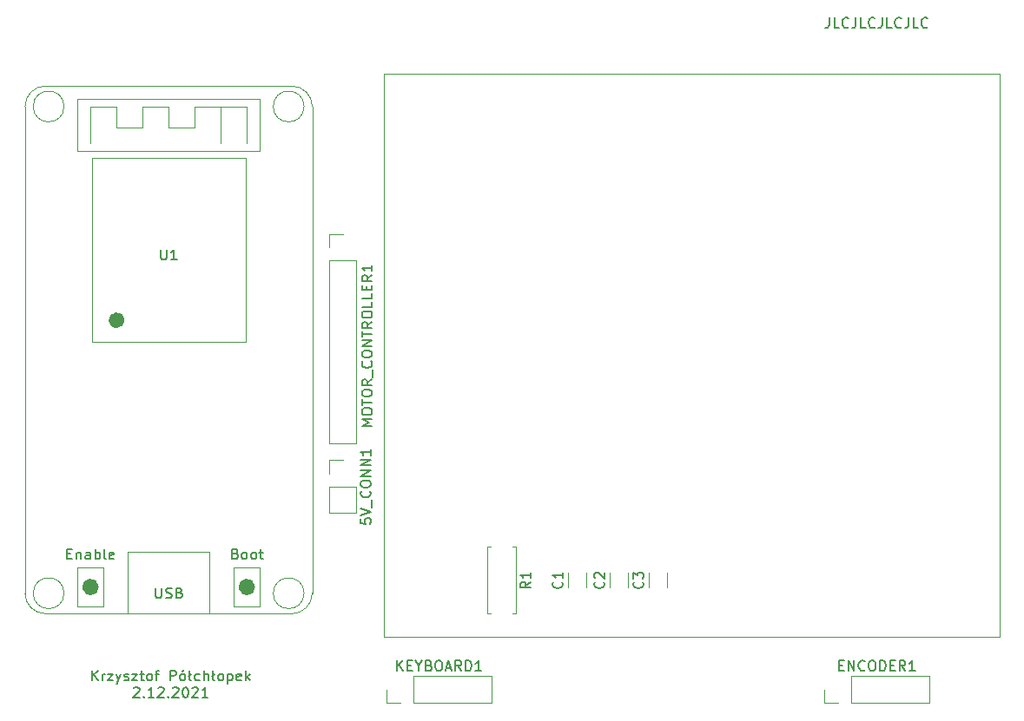
<source format=gto>
%TF.GenerationSoftware,KiCad,Pcbnew,(5.1.10)-1*%
%TF.CreationDate,2021-12-02T13:25:04+01:00*%
%TF.ProjectId,BlindController,426c696e-6443-46f6-9e74-726f6c6c6572,rev?*%
%TF.SameCoordinates,Original*%
%TF.FileFunction,Legend,Top*%
%TF.FilePolarity,Positive*%
%FSLAX46Y46*%
G04 Gerber Fmt 4.6, Leading zero omitted, Abs format (unit mm)*
G04 Created by KiCad (PCBNEW (5.1.10)-1) date 2021-12-02 13:25:04*
%MOMM*%
%LPD*%
G01*
G04 APERTURE LIST*
%ADD10C,0.150000*%
%ADD11C,0.120000*%
%ADD12C,0.800000*%
%ADD13C,1.000000*%
%ADD14O,1.600000X1.600000*%
%ADD15C,1.600000*%
%ADD16O,1.700000X1.700000*%
%ADD17R,1.700000X1.700000*%
%ADD18C,3.200000*%
%ADD19C,1.524000*%
%ADD20R,1.524000X1.524000*%
G04 APERTURE END LIST*
D10*
X140414952Y-69556380D02*
X140414952Y-70270666D01*
X140367333Y-70413523D01*
X140272095Y-70508761D01*
X140129238Y-70556380D01*
X140034000Y-70556380D01*
X141367333Y-70556380D02*
X140891142Y-70556380D01*
X140891142Y-69556380D01*
X142272095Y-70461142D02*
X142224476Y-70508761D01*
X142081619Y-70556380D01*
X141986380Y-70556380D01*
X141843523Y-70508761D01*
X141748285Y-70413523D01*
X141700666Y-70318285D01*
X141653047Y-70127809D01*
X141653047Y-69984952D01*
X141700666Y-69794476D01*
X141748285Y-69699238D01*
X141843523Y-69604000D01*
X141986380Y-69556380D01*
X142081619Y-69556380D01*
X142224476Y-69604000D01*
X142272095Y-69651619D01*
X142986380Y-69556380D02*
X142986380Y-70270666D01*
X142938761Y-70413523D01*
X142843523Y-70508761D01*
X142700666Y-70556380D01*
X142605428Y-70556380D01*
X143938761Y-70556380D02*
X143462571Y-70556380D01*
X143462571Y-69556380D01*
X144843523Y-70461142D02*
X144795904Y-70508761D01*
X144653047Y-70556380D01*
X144557809Y-70556380D01*
X144414952Y-70508761D01*
X144319714Y-70413523D01*
X144272095Y-70318285D01*
X144224476Y-70127809D01*
X144224476Y-69984952D01*
X144272095Y-69794476D01*
X144319714Y-69699238D01*
X144414952Y-69604000D01*
X144557809Y-69556380D01*
X144653047Y-69556380D01*
X144795904Y-69604000D01*
X144843523Y-69651619D01*
X145557809Y-69556380D02*
X145557809Y-70270666D01*
X145510190Y-70413523D01*
X145414952Y-70508761D01*
X145272095Y-70556380D01*
X145176857Y-70556380D01*
X146510190Y-70556380D02*
X146034000Y-70556380D01*
X146034000Y-69556380D01*
X147414952Y-70461142D02*
X147367333Y-70508761D01*
X147224476Y-70556380D01*
X147129238Y-70556380D01*
X146986380Y-70508761D01*
X146891142Y-70413523D01*
X146843523Y-70318285D01*
X146795904Y-70127809D01*
X146795904Y-69984952D01*
X146843523Y-69794476D01*
X146891142Y-69699238D01*
X146986380Y-69604000D01*
X147129238Y-69556380D01*
X147224476Y-69556380D01*
X147367333Y-69604000D01*
X147414952Y-69651619D01*
X148129238Y-69556380D02*
X148129238Y-70270666D01*
X148081619Y-70413523D01*
X147986380Y-70508761D01*
X147843523Y-70556380D01*
X147748285Y-70556380D01*
X149081619Y-70556380D02*
X148605428Y-70556380D01*
X148605428Y-69556380D01*
X149986380Y-70461142D02*
X149938761Y-70508761D01*
X149795904Y-70556380D01*
X149700666Y-70556380D01*
X149557809Y-70508761D01*
X149462571Y-70413523D01*
X149414952Y-70318285D01*
X149367333Y-70127809D01*
X149367333Y-69984952D01*
X149414952Y-69794476D01*
X149462571Y-69699238D01*
X149557809Y-69604000D01*
X149700666Y-69556380D01*
X149795904Y-69556380D01*
X149938761Y-69604000D01*
X149986380Y-69651619D01*
X68533333Y-134247380D02*
X68533333Y-133247380D01*
X69104761Y-134247380D02*
X68676190Y-133675952D01*
X69104761Y-133247380D02*
X68533333Y-133818809D01*
X69533333Y-134247380D02*
X69533333Y-133580714D01*
X69533333Y-133771190D02*
X69580952Y-133675952D01*
X69628571Y-133628333D01*
X69723809Y-133580714D01*
X69819047Y-133580714D01*
X70057142Y-133580714D02*
X70580952Y-133580714D01*
X70057142Y-134247380D01*
X70580952Y-134247380D01*
X70866666Y-133580714D02*
X71104761Y-134247380D01*
X71342857Y-133580714D02*
X71104761Y-134247380D01*
X71009523Y-134485476D01*
X70961904Y-134533095D01*
X70866666Y-134580714D01*
X71676190Y-134199761D02*
X71771428Y-134247380D01*
X71961904Y-134247380D01*
X72057142Y-134199761D01*
X72104761Y-134104523D01*
X72104761Y-134056904D01*
X72057142Y-133961666D01*
X71961904Y-133914047D01*
X71819047Y-133914047D01*
X71723809Y-133866428D01*
X71676190Y-133771190D01*
X71676190Y-133723571D01*
X71723809Y-133628333D01*
X71819047Y-133580714D01*
X71961904Y-133580714D01*
X72057142Y-133628333D01*
X72438095Y-133580714D02*
X72961904Y-133580714D01*
X72438095Y-134247380D01*
X72961904Y-134247380D01*
X73200000Y-133580714D02*
X73580952Y-133580714D01*
X73342857Y-133247380D02*
X73342857Y-134104523D01*
X73390476Y-134199761D01*
X73485714Y-134247380D01*
X73580952Y-134247380D01*
X74057142Y-134247380D02*
X73961904Y-134199761D01*
X73914285Y-134152142D01*
X73866666Y-134056904D01*
X73866666Y-133771190D01*
X73914285Y-133675952D01*
X73961904Y-133628333D01*
X74057142Y-133580714D01*
X74200000Y-133580714D01*
X74295238Y-133628333D01*
X74342857Y-133675952D01*
X74390476Y-133771190D01*
X74390476Y-134056904D01*
X74342857Y-134152142D01*
X74295238Y-134199761D01*
X74200000Y-134247380D01*
X74057142Y-134247380D01*
X74676190Y-133580714D02*
X75057142Y-133580714D01*
X74819047Y-134247380D02*
X74819047Y-133390238D01*
X74866666Y-133295000D01*
X74961904Y-133247380D01*
X75057142Y-133247380D01*
X76152380Y-134247380D02*
X76152380Y-133247380D01*
X76533333Y-133247380D01*
X76628571Y-133295000D01*
X76676190Y-133342619D01*
X76723809Y-133437857D01*
X76723809Y-133580714D01*
X76676190Y-133675952D01*
X76628571Y-133723571D01*
X76533333Y-133771190D01*
X76152380Y-133771190D01*
X77295238Y-134247380D02*
X77200000Y-134199761D01*
X77152380Y-134152142D01*
X77104761Y-134056904D01*
X77104761Y-133771190D01*
X77152380Y-133675952D01*
X77200000Y-133628333D01*
X77295238Y-133580714D01*
X77438095Y-133580714D01*
X77533333Y-133628333D01*
X77580952Y-133675952D01*
X77628571Y-133771190D01*
X77628571Y-134056904D01*
X77580952Y-134152142D01*
X77533333Y-134199761D01*
X77438095Y-134247380D01*
X77295238Y-134247380D01*
X77485714Y-133199761D02*
X77342857Y-133342619D01*
X78200000Y-134247380D02*
X78104761Y-134199761D01*
X78057142Y-134104523D01*
X78057142Y-133247380D01*
X77914285Y-133771190D02*
X78200000Y-133580714D01*
X79009523Y-134199761D02*
X78914285Y-134247380D01*
X78723809Y-134247380D01*
X78628571Y-134199761D01*
X78580952Y-134152142D01*
X78533333Y-134056904D01*
X78533333Y-133771190D01*
X78580952Y-133675952D01*
X78628571Y-133628333D01*
X78723809Y-133580714D01*
X78914285Y-133580714D01*
X79009523Y-133628333D01*
X79438095Y-134247380D02*
X79438095Y-133247380D01*
X79866666Y-134247380D02*
X79866666Y-133723571D01*
X79819047Y-133628333D01*
X79723809Y-133580714D01*
X79580952Y-133580714D01*
X79485714Y-133628333D01*
X79438095Y-133675952D01*
X80485714Y-134247380D02*
X80390476Y-134199761D01*
X80342857Y-134104523D01*
X80342857Y-133247380D01*
X80200000Y-133771190D02*
X80485714Y-133580714D01*
X81009523Y-134247380D02*
X80914285Y-134199761D01*
X80866666Y-134152142D01*
X80819047Y-134056904D01*
X80819047Y-133771190D01*
X80866666Y-133675952D01*
X80914285Y-133628333D01*
X81009523Y-133580714D01*
X81152380Y-133580714D01*
X81247619Y-133628333D01*
X81295238Y-133675952D01*
X81342857Y-133771190D01*
X81342857Y-134056904D01*
X81295238Y-134152142D01*
X81247619Y-134199761D01*
X81152380Y-134247380D01*
X81009523Y-134247380D01*
X81771428Y-133580714D02*
X81771428Y-134580714D01*
X81771428Y-133628333D02*
X81866666Y-133580714D01*
X82057142Y-133580714D01*
X82152380Y-133628333D01*
X82200000Y-133675952D01*
X82247619Y-133771190D01*
X82247619Y-134056904D01*
X82200000Y-134152142D01*
X82152380Y-134199761D01*
X82057142Y-134247380D01*
X81866666Y-134247380D01*
X81771428Y-134199761D01*
X83057142Y-134199761D02*
X82961904Y-134247380D01*
X82771428Y-134247380D01*
X82676190Y-134199761D01*
X82628571Y-134104523D01*
X82628571Y-133723571D01*
X82676190Y-133628333D01*
X82771428Y-133580714D01*
X82961904Y-133580714D01*
X83057142Y-133628333D01*
X83104761Y-133723571D01*
X83104761Y-133818809D01*
X82628571Y-133914047D01*
X83533333Y-134247380D02*
X83533333Y-133247380D01*
X83628571Y-133866428D02*
X83914285Y-134247380D01*
X83914285Y-133580714D02*
X83533333Y-133961666D01*
X72580952Y-134992619D02*
X72628571Y-134945000D01*
X72723809Y-134897380D01*
X72961904Y-134897380D01*
X73057142Y-134945000D01*
X73104761Y-134992619D01*
X73152380Y-135087857D01*
X73152380Y-135183095D01*
X73104761Y-135325952D01*
X72533333Y-135897380D01*
X73152380Y-135897380D01*
X73580952Y-135802142D02*
X73628571Y-135849761D01*
X73580952Y-135897380D01*
X73533333Y-135849761D01*
X73580952Y-135802142D01*
X73580952Y-135897380D01*
X74580952Y-135897380D02*
X74009523Y-135897380D01*
X74295238Y-135897380D02*
X74295238Y-134897380D01*
X74200000Y-135040238D01*
X74104761Y-135135476D01*
X74009523Y-135183095D01*
X74961904Y-134992619D02*
X75009523Y-134945000D01*
X75104761Y-134897380D01*
X75342857Y-134897380D01*
X75438095Y-134945000D01*
X75485714Y-134992619D01*
X75533333Y-135087857D01*
X75533333Y-135183095D01*
X75485714Y-135325952D01*
X74914285Y-135897380D01*
X75533333Y-135897380D01*
X75961904Y-135802142D02*
X76009523Y-135849761D01*
X75961904Y-135897380D01*
X75914285Y-135849761D01*
X75961904Y-135802142D01*
X75961904Y-135897380D01*
X76390476Y-134992619D02*
X76438095Y-134945000D01*
X76533333Y-134897380D01*
X76771428Y-134897380D01*
X76866666Y-134945000D01*
X76914285Y-134992619D01*
X76961904Y-135087857D01*
X76961904Y-135183095D01*
X76914285Y-135325952D01*
X76342857Y-135897380D01*
X76961904Y-135897380D01*
X77580952Y-134897380D02*
X77676190Y-134897380D01*
X77771428Y-134945000D01*
X77819047Y-134992619D01*
X77866666Y-135087857D01*
X77914285Y-135278333D01*
X77914285Y-135516428D01*
X77866666Y-135706904D01*
X77819047Y-135802142D01*
X77771428Y-135849761D01*
X77676190Y-135897380D01*
X77580952Y-135897380D01*
X77485714Y-135849761D01*
X77438095Y-135802142D01*
X77390476Y-135706904D01*
X77342857Y-135516428D01*
X77342857Y-135278333D01*
X77390476Y-135087857D01*
X77438095Y-134992619D01*
X77485714Y-134945000D01*
X77580952Y-134897380D01*
X78295238Y-134992619D02*
X78342857Y-134945000D01*
X78438095Y-134897380D01*
X78676190Y-134897380D01*
X78771428Y-134945000D01*
X78819047Y-134992619D01*
X78866666Y-135087857D01*
X78866666Y-135183095D01*
X78819047Y-135325952D01*
X78247619Y-135897380D01*
X78866666Y-135897380D01*
X79819047Y-135897380D02*
X79247619Y-135897380D01*
X79533333Y-135897380D02*
X79533333Y-134897380D01*
X79438095Y-135040238D01*
X79342857Y-135135476D01*
X79247619Y-135183095D01*
D11*
X97000000Y-130000000D02*
X97000000Y-75000000D01*
X157000000Y-130000000D02*
X97000000Y-130000000D01*
X157000000Y-75000000D02*
X157000000Y-130000000D01*
X97000000Y-75000000D02*
X157000000Y-75000000D01*
%TO.C,R1*%
X109498000Y-121190000D02*
X109828000Y-121190000D01*
X109828000Y-121190000D02*
X109828000Y-127730000D01*
X109828000Y-127730000D02*
X109498000Y-127730000D01*
X107418000Y-121190000D02*
X107088000Y-121190000D01*
X107088000Y-121190000D02*
X107088000Y-127730000D01*
X107088000Y-127730000D02*
X107418000Y-127730000D01*
%TO.C,C3*%
X122788000Y-125171252D02*
X122788000Y-123748748D01*
X124608000Y-125171252D02*
X124608000Y-123748748D01*
%TO.C,C2*%
X118978000Y-125171252D02*
X118978000Y-123748748D01*
X120798000Y-125171252D02*
X120798000Y-123748748D01*
%TO.C,C1*%
X114914000Y-125171252D02*
X114914000Y-123748748D01*
X116734000Y-125171252D02*
X116734000Y-123748748D01*
%TO.C,KEYBOARD1*%
X107502000Y-136458000D02*
X107502000Y-133798000D01*
X99822000Y-136458000D02*
X107502000Y-136458000D01*
X99822000Y-133798000D02*
X107502000Y-133798000D01*
X99822000Y-136458000D02*
X99822000Y-133798000D01*
X98552000Y-136458000D02*
X97222000Y-136458000D01*
X97222000Y-136458000D02*
X97222000Y-135128000D01*
%TO.C,ENCODER1*%
X150174000Y-136458000D02*
X150174000Y-133798000D01*
X142494000Y-136458000D02*
X150174000Y-136458000D01*
X142494000Y-133798000D02*
X150174000Y-133798000D01*
X142494000Y-136458000D02*
X142494000Y-133798000D01*
X141224000Y-136458000D02*
X139894000Y-136458000D01*
X139894000Y-136458000D02*
X139894000Y-135128000D01*
%TO.C,5V_CONN1*%
X91634000Y-112716000D02*
X92964000Y-112716000D01*
X91634000Y-114046000D02*
X91634000Y-112716000D01*
X91634000Y-115316000D02*
X94294000Y-115316000D01*
X94294000Y-115316000D02*
X94294000Y-117916000D01*
X91634000Y-115316000D02*
X91634000Y-117916000D01*
X91634000Y-117916000D02*
X94294000Y-117916000D01*
%TO.C,MOTOR_CONTROLLER1*%
X91634000Y-90670000D02*
X92964000Y-90670000D01*
X91634000Y-92000000D02*
X91634000Y-90670000D01*
X91634000Y-93270000D02*
X94294000Y-93270000D01*
X94294000Y-93270000D02*
X94294000Y-111110000D01*
X91634000Y-93270000D02*
X91634000Y-111110000D01*
X91634000Y-111110000D02*
X94294000Y-111110000D01*
%TO.C,U1*%
X65800000Y-78225500D02*
G75*
G03*
X65800000Y-78225500I-1500000J0D01*
G01*
X89200000Y-78225500D02*
G75*
G03*
X89200000Y-78225500I-1500000J0D01*
G01*
X90000000Y-125725500D02*
X90000000Y-78225500D01*
X62000000Y-78225500D02*
X62000000Y-125725500D01*
X64000000Y-127725500D02*
X88000000Y-127725500D01*
X64000000Y-76225500D02*
X88000000Y-76225500D01*
X65800000Y-125725500D02*
G75*
G03*
X65800000Y-125725500I-1500000J0D01*
G01*
X89200000Y-125725500D02*
G75*
G03*
X89200000Y-125725500I-1500000J0D01*
G01*
X72000000Y-121725500D02*
X72000000Y-127725500D01*
X80000000Y-121725500D02*
X80000000Y-127725500D01*
X72000000Y-121725500D02*
X80000000Y-121725500D01*
X67110000Y-77495500D02*
X84890000Y-77495500D01*
X84890000Y-77495500D02*
X84890000Y-82575500D01*
X84890000Y-82575500D02*
X67110000Y-82575500D01*
X67110000Y-82575500D02*
X67110000Y-77495500D01*
X68380000Y-81813500D02*
X68380000Y-78257500D01*
X68380000Y-78257500D02*
X70920000Y-78257500D01*
X70920000Y-78257500D02*
X70920000Y-80289500D01*
X70920000Y-80289500D02*
X73460000Y-80289500D01*
X73460000Y-80289500D02*
X73460000Y-78257500D01*
X73460000Y-78257500D02*
X76000000Y-78257500D01*
X76000000Y-78257500D02*
X76000000Y-80289500D01*
X76000000Y-80289500D02*
X78540000Y-80289500D01*
X78540000Y-80289500D02*
X78540000Y-78257500D01*
X78540000Y-78257500D02*
X83620000Y-78257500D01*
X83620000Y-78257500D02*
X83620000Y-81813500D01*
X81080000Y-78257500D02*
X81080000Y-81813500D01*
X68500000Y-83225500D02*
X83500000Y-83225500D01*
X83500000Y-83225500D02*
X83500000Y-101225500D01*
X83500000Y-101225500D02*
X68500000Y-101225500D01*
X68500000Y-101225500D02*
X68500000Y-83225500D01*
D12*
X71320000Y-99085500D02*
G75*
G03*
X71320000Y-99085500I-400000J0D01*
G01*
D11*
X82350000Y-123215500D02*
X84890000Y-123215500D01*
X84890000Y-123215500D02*
X84890000Y-127025500D01*
X84890000Y-127025500D02*
X82350000Y-127025500D01*
X82350000Y-127025500D02*
X82350000Y-123215500D01*
X69650000Y-127025500D02*
X67110000Y-127025500D01*
X67110000Y-127025500D02*
X67110000Y-123215500D01*
X67110000Y-123215500D02*
X69650000Y-123215500D01*
X69650000Y-123215500D02*
X69650000Y-127025500D01*
D13*
X68680000Y-125120500D02*
G75*
G03*
X68680000Y-125120500I-300000J0D01*
G01*
X83920000Y-125120500D02*
G75*
G03*
X83920000Y-125120500I-300000J0D01*
G01*
D11*
X90000000Y-125725500D02*
G75*
G02*
X88000000Y-127725500I-2000000J0D01*
G01*
X64000000Y-127725500D02*
G75*
G02*
X62000000Y-125725500I0J2000000D01*
G01*
X62000000Y-78225500D02*
G75*
G02*
X64000000Y-76225500I2000000J0D01*
G01*
X88000000Y-76225500D02*
G75*
G02*
X90000000Y-78225500I0J-2000000D01*
G01*
%TO.C,R1*%
D10*
X111280380Y-124626666D02*
X110804190Y-124960000D01*
X111280380Y-125198095D02*
X110280380Y-125198095D01*
X110280380Y-124817142D01*
X110328000Y-124721904D01*
X110375619Y-124674285D01*
X110470857Y-124626666D01*
X110613714Y-124626666D01*
X110708952Y-124674285D01*
X110756571Y-124721904D01*
X110804190Y-124817142D01*
X110804190Y-125198095D01*
X111280380Y-123674285D02*
X111280380Y-124245714D01*
X111280380Y-123960000D02*
X110280380Y-123960000D01*
X110423238Y-124055238D01*
X110518476Y-124150476D01*
X110566095Y-124245714D01*
%TO.C,C3*%
X122205142Y-124626666D02*
X122252761Y-124674285D01*
X122300380Y-124817142D01*
X122300380Y-124912380D01*
X122252761Y-125055238D01*
X122157523Y-125150476D01*
X122062285Y-125198095D01*
X121871809Y-125245714D01*
X121728952Y-125245714D01*
X121538476Y-125198095D01*
X121443238Y-125150476D01*
X121348000Y-125055238D01*
X121300380Y-124912380D01*
X121300380Y-124817142D01*
X121348000Y-124674285D01*
X121395619Y-124626666D01*
X121300380Y-124293333D02*
X121300380Y-123674285D01*
X121681333Y-124007619D01*
X121681333Y-123864761D01*
X121728952Y-123769523D01*
X121776571Y-123721904D01*
X121871809Y-123674285D01*
X122109904Y-123674285D01*
X122205142Y-123721904D01*
X122252761Y-123769523D01*
X122300380Y-123864761D01*
X122300380Y-124150476D01*
X122252761Y-124245714D01*
X122205142Y-124293333D01*
%TO.C,C2*%
X118395142Y-124626666D02*
X118442761Y-124674285D01*
X118490380Y-124817142D01*
X118490380Y-124912380D01*
X118442761Y-125055238D01*
X118347523Y-125150476D01*
X118252285Y-125198095D01*
X118061809Y-125245714D01*
X117918952Y-125245714D01*
X117728476Y-125198095D01*
X117633238Y-125150476D01*
X117538000Y-125055238D01*
X117490380Y-124912380D01*
X117490380Y-124817142D01*
X117538000Y-124674285D01*
X117585619Y-124626666D01*
X117585619Y-124245714D02*
X117538000Y-124198095D01*
X117490380Y-124102857D01*
X117490380Y-123864761D01*
X117538000Y-123769523D01*
X117585619Y-123721904D01*
X117680857Y-123674285D01*
X117776095Y-123674285D01*
X117918952Y-123721904D01*
X118490380Y-124293333D01*
X118490380Y-123674285D01*
%TO.C,C1*%
X114331142Y-124626666D02*
X114378761Y-124674285D01*
X114426380Y-124817142D01*
X114426380Y-124912380D01*
X114378761Y-125055238D01*
X114283523Y-125150476D01*
X114188285Y-125198095D01*
X113997809Y-125245714D01*
X113854952Y-125245714D01*
X113664476Y-125198095D01*
X113569238Y-125150476D01*
X113474000Y-125055238D01*
X113426380Y-124912380D01*
X113426380Y-124817142D01*
X113474000Y-124674285D01*
X113521619Y-124626666D01*
X114426380Y-123674285D02*
X114426380Y-124245714D01*
X114426380Y-123960000D02*
X113426380Y-123960000D01*
X113569238Y-124055238D01*
X113664476Y-124150476D01*
X113712095Y-124245714D01*
%TO.C,KEYBOARD1*%
X98290571Y-133294380D02*
X98290571Y-132294380D01*
X98862000Y-133294380D02*
X98433428Y-132722952D01*
X98862000Y-132294380D02*
X98290571Y-132865809D01*
X99290571Y-132770571D02*
X99623904Y-132770571D01*
X99766761Y-133294380D02*
X99290571Y-133294380D01*
X99290571Y-132294380D01*
X99766761Y-132294380D01*
X100385809Y-132818190D02*
X100385809Y-133294380D01*
X100052476Y-132294380D02*
X100385809Y-132818190D01*
X100719142Y-132294380D01*
X101385809Y-132770571D02*
X101528666Y-132818190D01*
X101576285Y-132865809D01*
X101623904Y-132961047D01*
X101623904Y-133103904D01*
X101576285Y-133199142D01*
X101528666Y-133246761D01*
X101433428Y-133294380D01*
X101052476Y-133294380D01*
X101052476Y-132294380D01*
X101385809Y-132294380D01*
X101481047Y-132342000D01*
X101528666Y-132389619D01*
X101576285Y-132484857D01*
X101576285Y-132580095D01*
X101528666Y-132675333D01*
X101481047Y-132722952D01*
X101385809Y-132770571D01*
X101052476Y-132770571D01*
X102242952Y-132294380D02*
X102433428Y-132294380D01*
X102528666Y-132342000D01*
X102623904Y-132437238D01*
X102671523Y-132627714D01*
X102671523Y-132961047D01*
X102623904Y-133151523D01*
X102528666Y-133246761D01*
X102433428Y-133294380D01*
X102242952Y-133294380D01*
X102147714Y-133246761D01*
X102052476Y-133151523D01*
X102004857Y-132961047D01*
X102004857Y-132627714D01*
X102052476Y-132437238D01*
X102147714Y-132342000D01*
X102242952Y-132294380D01*
X103052476Y-133008666D02*
X103528666Y-133008666D01*
X102957238Y-133294380D02*
X103290571Y-132294380D01*
X103623904Y-133294380D01*
X104528666Y-133294380D02*
X104195333Y-132818190D01*
X103957238Y-133294380D02*
X103957238Y-132294380D01*
X104338190Y-132294380D01*
X104433428Y-132342000D01*
X104481047Y-132389619D01*
X104528666Y-132484857D01*
X104528666Y-132627714D01*
X104481047Y-132722952D01*
X104433428Y-132770571D01*
X104338190Y-132818190D01*
X103957238Y-132818190D01*
X104957238Y-133294380D02*
X104957238Y-132294380D01*
X105195333Y-132294380D01*
X105338190Y-132342000D01*
X105433428Y-132437238D01*
X105481047Y-132532476D01*
X105528666Y-132722952D01*
X105528666Y-132865809D01*
X105481047Y-133056285D01*
X105433428Y-133151523D01*
X105338190Y-133246761D01*
X105195333Y-133294380D01*
X104957238Y-133294380D01*
X106481047Y-133294380D02*
X105909619Y-133294380D01*
X106195333Y-133294380D02*
X106195333Y-132294380D01*
X106100095Y-132437238D01*
X106004857Y-132532476D01*
X105909619Y-132580095D01*
%TO.C,ENCODER1*%
X141343523Y-132770571D02*
X141676857Y-132770571D01*
X141819714Y-133294380D02*
X141343523Y-133294380D01*
X141343523Y-132294380D01*
X141819714Y-132294380D01*
X142248285Y-133294380D02*
X142248285Y-132294380D01*
X142819714Y-133294380D01*
X142819714Y-132294380D01*
X143867333Y-133199142D02*
X143819714Y-133246761D01*
X143676857Y-133294380D01*
X143581619Y-133294380D01*
X143438761Y-133246761D01*
X143343523Y-133151523D01*
X143295904Y-133056285D01*
X143248285Y-132865809D01*
X143248285Y-132722952D01*
X143295904Y-132532476D01*
X143343523Y-132437238D01*
X143438761Y-132342000D01*
X143581619Y-132294380D01*
X143676857Y-132294380D01*
X143819714Y-132342000D01*
X143867333Y-132389619D01*
X144486380Y-132294380D02*
X144676857Y-132294380D01*
X144772095Y-132342000D01*
X144867333Y-132437238D01*
X144914952Y-132627714D01*
X144914952Y-132961047D01*
X144867333Y-133151523D01*
X144772095Y-133246761D01*
X144676857Y-133294380D01*
X144486380Y-133294380D01*
X144391142Y-133246761D01*
X144295904Y-133151523D01*
X144248285Y-132961047D01*
X144248285Y-132627714D01*
X144295904Y-132437238D01*
X144391142Y-132342000D01*
X144486380Y-132294380D01*
X145343523Y-133294380D02*
X145343523Y-132294380D01*
X145581619Y-132294380D01*
X145724476Y-132342000D01*
X145819714Y-132437238D01*
X145867333Y-132532476D01*
X145914952Y-132722952D01*
X145914952Y-132865809D01*
X145867333Y-133056285D01*
X145819714Y-133151523D01*
X145724476Y-133246761D01*
X145581619Y-133294380D01*
X145343523Y-133294380D01*
X146343523Y-132770571D02*
X146676857Y-132770571D01*
X146819714Y-133294380D02*
X146343523Y-133294380D01*
X146343523Y-132294380D01*
X146819714Y-132294380D01*
X147819714Y-133294380D02*
X147486380Y-132818190D01*
X147248285Y-133294380D02*
X147248285Y-132294380D01*
X147629238Y-132294380D01*
X147724476Y-132342000D01*
X147772095Y-132389619D01*
X147819714Y-132484857D01*
X147819714Y-132627714D01*
X147772095Y-132722952D01*
X147724476Y-132770571D01*
X147629238Y-132818190D01*
X147248285Y-132818190D01*
X148772095Y-133294380D02*
X148200666Y-133294380D01*
X148486380Y-133294380D02*
X148486380Y-132294380D01*
X148391142Y-132437238D01*
X148295904Y-132532476D01*
X148200666Y-132580095D01*
%TO.C,5V_CONN1*%
X94702380Y-118435047D02*
X94702380Y-118911238D01*
X95178571Y-118958857D01*
X95130952Y-118911238D01*
X95083333Y-118816000D01*
X95083333Y-118577904D01*
X95130952Y-118482666D01*
X95178571Y-118435047D01*
X95273809Y-118387428D01*
X95511904Y-118387428D01*
X95607142Y-118435047D01*
X95654761Y-118482666D01*
X95702380Y-118577904D01*
X95702380Y-118816000D01*
X95654761Y-118911238D01*
X95607142Y-118958857D01*
X94702380Y-118101714D02*
X95702380Y-117768380D01*
X94702380Y-117435047D01*
X95797619Y-117339809D02*
X95797619Y-116577904D01*
X95607142Y-115768380D02*
X95654761Y-115816000D01*
X95702380Y-115958857D01*
X95702380Y-116054095D01*
X95654761Y-116196952D01*
X95559523Y-116292190D01*
X95464285Y-116339809D01*
X95273809Y-116387428D01*
X95130952Y-116387428D01*
X94940476Y-116339809D01*
X94845238Y-116292190D01*
X94750000Y-116196952D01*
X94702380Y-116054095D01*
X94702380Y-115958857D01*
X94750000Y-115816000D01*
X94797619Y-115768380D01*
X94702380Y-115149333D02*
X94702380Y-114958857D01*
X94750000Y-114863619D01*
X94845238Y-114768380D01*
X95035714Y-114720761D01*
X95369047Y-114720761D01*
X95559523Y-114768380D01*
X95654761Y-114863619D01*
X95702380Y-114958857D01*
X95702380Y-115149333D01*
X95654761Y-115244571D01*
X95559523Y-115339809D01*
X95369047Y-115387428D01*
X95035714Y-115387428D01*
X94845238Y-115339809D01*
X94750000Y-115244571D01*
X94702380Y-115149333D01*
X95702380Y-114292190D02*
X94702380Y-114292190D01*
X95702380Y-113720761D01*
X94702380Y-113720761D01*
X95702380Y-113244571D02*
X94702380Y-113244571D01*
X95702380Y-112673142D01*
X94702380Y-112673142D01*
X95702380Y-111673142D02*
X95702380Y-112244571D01*
X95702380Y-111958857D02*
X94702380Y-111958857D01*
X94845238Y-112054095D01*
X94940476Y-112149333D01*
X94988095Y-112244571D01*
%TO.C,MOTOR_CONTROLLER1*%
X95829380Y-109433333D02*
X94829380Y-109433333D01*
X95543666Y-109100000D01*
X94829380Y-108766666D01*
X95829380Y-108766666D01*
X94829380Y-108100000D02*
X94829380Y-107909523D01*
X94877000Y-107814285D01*
X94972238Y-107719047D01*
X95162714Y-107671428D01*
X95496047Y-107671428D01*
X95686523Y-107719047D01*
X95781761Y-107814285D01*
X95829380Y-107909523D01*
X95829380Y-108100000D01*
X95781761Y-108195238D01*
X95686523Y-108290476D01*
X95496047Y-108338095D01*
X95162714Y-108338095D01*
X94972238Y-108290476D01*
X94877000Y-108195238D01*
X94829380Y-108100000D01*
X94829380Y-107385714D02*
X94829380Y-106814285D01*
X95829380Y-107100000D02*
X94829380Y-107100000D01*
X94829380Y-106290476D02*
X94829380Y-106100000D01*
X94877000Y-106004761D01*
X94972238Y-105909523D01*
X95162714Y-105861904D01*
X95496047Y-105861904D01*
X95686523Y-105909523D01*
X95781761Y-106004761D01*
X95829380Y-106100000D01*
X95829380Y-106290476D01*
X95781761Y-106385714D01*
X95686523Y-106480952D01*
X95496047Y-106528571D01*
X95162714Y-106528571D01*
X94972238Y-106480952D01*
X94877000Y-106385714D01*
X94829380Y-106290476D01*
X95829380Y-104861904D02*
X95353190Y-105195238D01*
X95829380Y-105433333D02*
X94829380Y-105433333D01*
X94829380Y-105052380D01*
X94877000Y-104957142D01*
X94924619Y-104909523D01*
X95019857Y-104861904D01*
X95162714Y-104861904D01*
X95257952Y-104909523D01*
X95305571Y-104957142D01*
X95353190Y-105052380D01*
X95353190Y-105433333D01*
X95924619Y-104671428D02*
X95924619Y-103909523D01*
X95734142Y-103100000D02*
X95781761Y-103147619D01*
X95829380Y-103290476D01*
X95829380Y-103385714D01*
X95781761Y-103528571D01*
X95686523Y-103623809D01*
X95591285Y-103671428D01*
X95400809Y-103719047D01*
X95257952Y-103719047D01*
X95067476Y-103671428D01*
X94972238Y-103623809D01*
X94877000Y-103528571D01*
X94829380Y-103385714D01*
X94829380Y-103290476D01*
X94877000Y-103147619D01*
X94924619Y-103100000D01*
X94829380Y-102480952D02*
X94829380Y-102290476D01*
X94877000Y-102195238D01*
X94972238Y-102100000D01*
X95162714Y-102052380D01*
X95496047Y-102052380D01*
X95686523Y-102100000D01*
X95781761Y-102195238D01*
X95829380Y-102290476D01*
X95829380Y-102480952D01*
X95781761Y-102576190D01*
X95686523Y-102671428D01*
X95496047Y-102719047D01*
X95162714Y-102719047D01*
X94972238Y-102671428D01*
X94877000Y-102576190D01*
X94829380Y-102480952D01*
X95829380Y-101623809D02*
X94829380Y-101623809D01*
X95829380Y-101052380D01*
X94829380Y-101052380D01*
X94829380Y-100719047D02*
X94829380Y-100147619D01*
X95829380Y-100433333D02*
X94829380Y-100433333D01*
X95829380Y-99242857D02*
X95353190Y-99576190D01*
X95829380Y-99814285D02*
X94829380Y-99814285D01*
X94829380Y-99433333D01*
X94877000Y-99338095D01*
X94924619Y-99290476D01*
X95019857Y-99242857D01*
X95162714Y-99242857D01*
X95257952Y-99290476D01*
X95305571Y-99338095D01*
X95353190Y-99433333D01*
X95353190Y-99814285D01*
X94829380Y-98623809D02*
X94829380Y-98433333D01*
X94877000Y-98338095D01*
X94972238Y-98242857D01*
X95162714Y-98195238D01*
X95496047Y-98195238D01*
X95686523Y-98242857D01*
X95781761Y-98338095D01*
X95829380Y-98433333D01*
X95829380Y-98623809D01*
X95781761Y-98719047D01*
X95686523Y-98814285D01*
X95496047Y-98861904D01*
X95162714Y-98861904D01*
X94972238Y-98814285D01*
X94877000Y-98719047D01*
X94829380Y-98623809D01*
X95829380Y-97290476D02*
X95829380Y-97766666D01*
X94829380Y-97766666D01*
X95829380Y-96480952D02*
X95829380Y-96957142D01*
X94829380Y-96957142D01*
X95305571Y-96147619D02*
X95305571Y-95814285D01*
X95829380Y-95671428D02*
X95829380Y-96147619D01*
X94829380Y-96147619D01*
X94829380Y-95671428D01*
X95829380Y-94671428D02*
X95353190Y-95004761D01*
X95829380Y-95242857D02*
X94829380Y-95242857D01*
X94829380Y-94861904D01*
X94877000Y-94766666D01*
X94924619Y-94719047D01*
X95019857Y-94671428D01*
X95162714Y-94671428D01*
X95257952Y-94719047D01*
X95305571Y-94766666D01*
X95353190Y-94861904D01*
X95353190Y-95242857D01*
X95829380Y-93719047D02*
X95829380Y-94290476D01*
X95829380Y-94004761D02*
X94829380Y-94004761D01*
X94972238Y-94100000D01*
X95067476Y-94195238D01*
X95115095Y-94290476D01*
%TO.C,U1*%
X75238095Y-92187880D02*
X75238095Y-92997404D01*
X75285714Y-93092642D01*
X75333333Y-93140261D01*
X75428571Y-93187880D01*
X75619047Y-93187880D01*
X75714285Y-93140261D01*
X75761904Y-93092642D01*
X75809523Y-92997404D01*
X75809523Y-92187880D01*
X76809523Y-93187880D02*
X76238095Y-93187880D01*
X76523809Y-93187880D02*
X76523809Y-92187880D01*
X76428571Y-92330738D01*
X76333333Y-92425976D01*
X76238095Y-92473595D01*
X66118095Y-121874071D02*
X66451428Y-121874071D01*
X66594285Y-122397880D02*
X66118095Y-122397880D01*
X66118095Y-121397880D01*
X66594285Y-121397880D01*
X67022857Y-121731214D02*
X67022857Y-122397880D01*
X67022857Y-121826452D02*
X67070476Y-121778833D01*
X67165714Y-121731214D01*
X67308571Y-121731214D01*
X67403809Y-121778833D01*
X67451428Y-121874071D01*
X67451428Y-122397880D01*
X68356190Y-122397880D02*
X68356190Y-121874071D01*
X68308571Y-121778833D01*
X68213333Y-121731214D01*
X68022857Y-121731214D01*
X67927619Y-121778833D01*
X68356190Y-122350261D02*
X68260952Y-122397880D01*
X68022857Y-122397880D01*
X67927619Y-122350261D01*
X67880000Y-122255023D01*
X67880000Y-122159785D01*
X67927619Y-122064547D01*
X68022857Y-122016928D01*
X68260952Y-122016928D01*
X68356190Y-121969309D01*
X68832380Y-122397880D02*
X68832380Y-121397880D01*
X68832380Y-121778833D02*
X68927619Y-121731214D01*
X69118095Y-121731214D01*
X69213333Y-121778833D01*
X69260952Y-121826452D01*
X69308571Y-121921690D01*
X69308571Y-122207404D01*
X69260952Y-122302642D01*
X69213333Y-122350261D01*
X69118095Y-122397880D01*
X68927619Y-122397880D01*
X68832380Y-122350261D01*
X69880000Y-122397880D02*
X69784761Y-122350261D01*
X69737142Y-122255023D01*
X69737142Y-121397880D01*
X70641904Y-122350261D02*
X70546666Y-122397880D01*
X70356190Y-122397880D01*
X70260952Y-122350261D01*
X70213333Y-122255023D01*
X70213333Y-121874071D01*
X70260952Y-121778833D01*
X70356190Y-121731214D01*
X70546666Y-121731214D01*
X70641904Y-121778833D01*
X70689523Y-121874071D01*
X70689523Y-121969309D01*
X70213333Y-122064547D01*
X82500952Y-121874071D02*
X82643809Y-121921690D01*
X82691428Y-121969309D01*
X82739047Y-122064547D01*
X82739047Y-122207404D01*
X82691428Y-122302642D01*
X82643809Y-122350261D01*
X82548571Y-122397880D01*
X82167619Y-122397880D01*
X82167619Y-121397880D01*
X82500952Y-121397880D01*
X82596190Y-121445500D01*
X82643809Y-121493119D01*
X82691428Y-121588357D01*
X82691428Y-121683595D01*
X82643809Y-121778833D01*
X82596190Y-121826452D01*
X82500952Y-121874071D01*
X82167619Y-121874071D01*
X83310476Y-122397880D02*
X83215238Y-122350261D01*
X83167619Y-122302642D01*
X83120000Y-122207404D01*
X83120000Y-121921690D01*
X83167619Y-121826452D01*
X83215238Y-121778833D01*
X83310476Y-121731214D01*
X83453333Y-121731214D01*
X83548571Y-121778833D01*
X83596190Y-121826452D01*
X83643809Y-121921690D01*
X83643809Y-122207404D01*
X83596190Y-122302642D01*
X83548571Y-122350261D01*
X83453333Y-122397880D01*
X83310476Y-122397880D01*
X84215238Y-122397880D02*
X84120000Y-122350261D01*
X84072380Y-122302642D01*
X84024761Y-122207404D01*
X84024761Y-121921690D01*
X84072380Y-121826452D01*
X84120000Y-121778833D01*
X84215238Y-121731214D01*
X84358095Y-121731214D01*
X84453333Y-121778833D01*
X84500952Y-121826452D01*
X84548571Y-121921690D01*
X84548571Y-122207404D01*
X84500952Y-122302642D01*
X84453333Y-122350261D01*
X84358095Y-122397880D01*
X84215238Y-122397880D01*
X84834285Y-121731214D02*
X85215238Y-121731214D01*
X84977142Y-121397880D02*
X84977142Y-122255023D01*
X85024761Y-122350261D01*
X85120000Y-122397880D01*
X85215238Y-122397880D01*
X74738095Y-125207880D02*
X74738095Y-126017404D01*
X74785714Y-126112642D01*
X74833333Y-126160261D01*
X74928571Y-126207880D01*
X75119047Y-126207880D01*
X75214285Y-126160261D01*
X75261904Y-126112642D01*
X75309523Y-126017404D01*
X75309523Y-125207880D01*
X75738095Y-126160261D02*
X75880952Y-126207880D01*
X76119047Y-126207880D01*
X76214285Y-126160261D01*
X76261904Y-126112642D01*
X76309523Y-126017404D01*
X76309523Y-125922166D01*
X76261904Y-125826928D01*
X76214285Y-125779309D01*
X76119047Y-125731690D01*
X75928571Y-125684071D01*
X75833333Y-125636452D01*
X75785714Y-125588833D01*
X75738095Y-125493595D01*
X75738095Y-125398357D01*
X75785714Y-125303119D01*
X75833333Y-125255500D01*
X75928571Y-125207880D01*
X76166666Y-125207880D01*
X76309523Y-125255500D01*
X77071428Y-125684071D02*
X77214285Y-125731690D01*
X77261904Y-125779309D01*
X77309523Y-125874547D01*
X77309523Y-126017404D01*
X77261904Y-126112642D01*
X77214285Y-126160261D01*
X77119047Y-126207880D01*
X76738095Y-126207880D01*
X76738095Y-125207880D01*
X77071428Y-125207880D01*
X77166666Y-125255500D01*
X77214285Y-125303119D01*
X77261904Y-125398357D01*
X77261904Y-125493595D01*
X77214285Y-125588833D01*
X77166666Y-125636452D01*
X77071428Y-125684071D01*
X76738095Y-125684071D01*
%TD*%
%LPC*%
D14*
%TO.C,R1*%
X108458000Y-128270000D03*
D15*
X108458000Y-120650000D03*
%TD*%
%TO.C,C3*%
G36*
G01*
X124348001Y-123560000D02*
X123047999Y-123560000D01*
G75*
G02*
X122798000Y-123310001I0J249999D01*
G01*
X122798000Y-122484999D01*
G75*
G02*
X123047999Y-122235000I249999J0D01*
G01*
X124348001Y-122235000D01*
G75*
G02*
X124598000Y-122484999I0J-249999D01*
G01*
X124598000Y-123310001D01*
G75*
G02*
X124348001Y-123560000I-249999J0D01*
G01*
G37*
G36*
G01*
X124348001Y-126685000D02*
X123047999Y-126685000D01*
G75*
G02*
X122798000Y-126435001I0J249999D01*
G01*
X122798000Y-125609999D01*
G75*
G02*
X123047999Y-125360000I249999J0D01*
G01*
X124348001Y-125360000D01*
G75*
G02*
X124598000Y-125609999I0J-249999D01*
G01*
X124598000Y-126435001D01*
G75*
G02*
X124348001Y-126685000I-249999J0D01*
G01*
G37*
%TD*%
%TO.C,C2*%
G36*
G01*
X120538001Y-123560000D02*
X119237999Y-123560000D01*
G75*
G02*
X118988000Y-123310001I0J249999D01*
G01*
X118988000Y-122484999D01*
G75*
G02*
X119237999Y-122235000I249999J0D01*
G01*
X120538001Y-122235000D01*
G75*
G02*
X120788000Y-122484999I0J-249999D01*
G01*
X120788000Y-123310001D01*
G75*
G02*
X120538001Y-123560000I-249999J0D01*
G01*
G37*
G36*
G01*
X120538001Y-126685000D02*
X119237999Y-126685000D01*
G75*
G02*
X118988000Y-126435001I0J249999D01*
G01*
X118988000Y-125609999D01*
G75*
G02*
X119237999Y-125360000I249999J0D01*
G01*
X120538001Y-125360000D01*
G75*
G02*
X120788000Y-125609999I0J-249999D01*
G01*
X120788000Y-126435001D01*
G75*
G02*
X120538001Y-126685000I-249999J0D01*
G01*
G37*
%TD*%
%TO.C,C1*%
G36*
G01*
X116474001Y-123560000D02*
X115173999Y-123560000D01*
G75*
G02*
X114924000Y-123310001I0J249999D01*
G01*
X114924000Y-122484999D01*
G75*
G02*
X115173999Y-122235000I249999J0D01*
G01*
X116474001Y-122235000D01*
G75*
G02*
X116724000Y-122484999I0J-249999D01*
G01*
X116724000Y-123310001D01*
G75*
G02*
X116474001Y-123560000I-249999J0D01*
G01*
G37*
G36*
G01*
X116474001Y-126685000D02*
X115173999Y-126685000D01*
G75*
G02*
X114924000Y-126435001I0J249999D01*
G01*
X114924000Y-125609999D01*
G75*
G02*
X115173999Y-125360000I249999J0D01*
G01*
X116474001Y-125360000D01*
G75*
G02*
X116724000Y-125609999I0J-249999D01*
G01*
X116724000Y-126435001D01*
G75*
G02*
X116474001Y-126685000I-249999J0D01*
G01*
G37*
%TD*%
D16*
%TO.C,KEYBOARD1*%
X106172000Y-135128000D03*
X103632000Y-135128000D03*
X101092000Y-135128000D03*
D17*
X98552000Y-135128000D03*
%TD*%
D16*
%TO.C,ENCODER1*%
X148844000Y-135128000D03*
X146304000Y-135128000D03*
X143764000Y-135128000D03*
D17*
X141224000Y-135128000D03*
%TD*%
D18*
%TO.C,REF\u002A\u002A*%
X101500000Y-79500000D03*
%TD*%
%TO.C,REF\u002A\u002A*%
X152500000Y-79500000D03*
%TD*%
%TO.C,REF\u002A\u002A*%
X152500000Y-125500000D03*
%TD*%
%TO.C,REF\u002A\u002A*%
X101500000Y-125500000D03*
%TD*%
D16*
%TO.C,5V_CONN1*%
X92964000Y-116586000D03*
D17*
X92964000Y-114046000D03*
%TD*%
D18*
%TO.C,REF\u002A\u002A*%
X65000000Y-70000000D03*
%TD*%
%TO.C,REF\u002A\u002A*%
X155000000Y-70000000D03*
%TD*%
%TO.C,REF\u002A\u002A*%
X155000000Y-135000000D03*
%TD*%
%TO.C,REF\u002A\u002A*%
X65000000Y-135000000D03*
%TD*%
D16*
%TO.C,MOTOR_CONTROLLER1*%
X92964000Y-109780000D03*
X92964000Y-107240000D03*
X92964000Y-104700000D03*
X92964000Y-102160000D03*
X92964000Y-99620000D03*
X92964000Y-97080000D03*
X92964000Y-94540000D03*
D17*
X92964000Y-92000000D03*
%TD*%
D19*
%TO.C,U1*%
X88700000Y-82265500D03*
X88700000Y-84805500D03*
X88700000Y-87345500D03*
X88700000Y-89885500D03*
X88700000Y-92425500D03*
X88700000Y-94965500D03*
X88700000Y-97505500D03*
X88700000Y-100045500D03*
X88700000Y-102585500D03*
X88700000Y-105125500D03*
X88700000Y-107665500D03*
X88700000Y-110205500D03*
X88700000Y-112745500D03*
X88700000Y-115285500D03*
X88700000Y-117825500D03*
X63300000Y-117825500D03*
X63300000Y-115285500D03*
X63300000Y-112745500D03*
X63300000Y-110205500D03*
X63300000Y-107665500D03*
X63300000Y-105125500D03*
X63300000Y-102585500D03*
X63300000Y-100045500D03*
X63300000Y-97505500D03*
X63300000Y-94965500D03*
X63300000Y-92425500D03*
X63300000Y-89885500D03*
X63300000Y-87345500D03*
X63300000Y-84805500D03*
D20*
X63300000Y-82265500D03*
%TD*%
M02*

</source>
